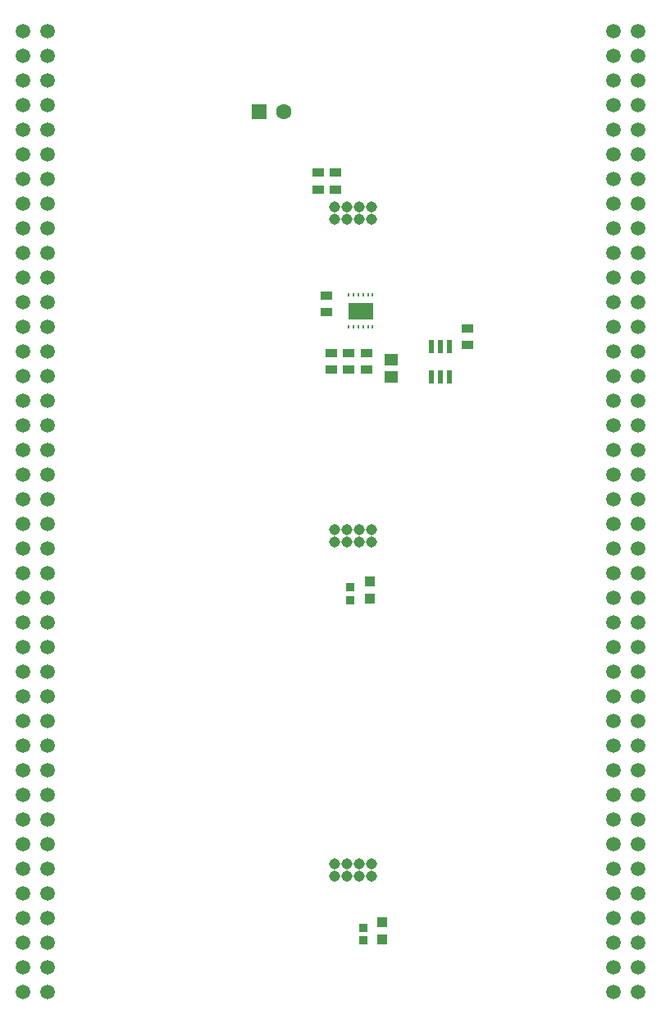
<source format=gbr>
%TF.GenerationSoftware,Altium Limited,Altium Designer,19.1.6 (110)*%
G04 Layer_Color=255*
%FSLAX26Y26*%
%MOIN*%
%TF.FileFunction,Pads,Bot*%
%TF.Part,Single*%
G01*
G75*
%TA.AperFunction,SMDPad,CuDef*%
%ADD11R,0.035433X0.033465*%
%TA.AperFunction,ComponentPad*%
%ADD22C,0.059055*%
%ADD23C,0.045000*%
%ADD24C,0.062992*%
%ADD25R,0.062992X0.062992*%
%TA.AperFunction,SMDPad,CuDef*%
%ADD30R,0.043307X0.043307*%
%ADD31R,0.051181X0.033465*%
%ADD32R,0.057087X0.045276*%
%ADD33R,0.098425X0.066929*%
%ADD34R,0.009842X0.015748*%
%ADD35R,0.021654X0.055118*%
D11*
X41000Y-1590409D02*
D03*
Y-1641591D02*
D03*
X-12000Y-209410D02*
D03*
Y-260591D02*
D03*
D22*
X-1341205Y2047956D02*
D03*
Y1947956D02*
D03*
Y1847956D02*
D03*
Y1747956D02*
D03*
Y1647956D02*
D03*
Y1547956D02*
D03*
Y1447956D02*
D03*
Y1347956D02*
D03*
Y1247956D02*
D03*
Y1147956D02*
D03*
Y1047956D02*
D03*
Y947956D02*
D03*
Y847956D02*
D03*
Y747956D02*
D03*
Y647956D02*
D03*
Y547956D02*
D03*
Y447955D02*
D03*
Y347955D02*
D03*
Y247956D02*
D03*
Y147956D02*
D03*
Y47956D02*
D03*
Y-52044D02*
D03*
Y-152044D02*
D03*
Y-252044D02*
D03*
Y-352045D02*
D03*
Y-452045D02*
D03*
Y-552044D02*
D03*
Y-652044D02*
D03*
Y-752044D02*
D03*
Y-852044D02*
D03*
Y-952044D02*
D03*
Y-1052044D02*
D03*
Y-1152044D02*
D03*
Y-1252044D02*
D03*
Y-1352044D02*
D03*
Y-1452044D02*
D03*
Y-1552044D02*
D03*
Y-1652044D02*
D03*
Y-1752044D02*
D03*
Y-1852044D02*
D03*
X-1241205Y2047956D02*
D03*
Y1947956D02*
D03*
Y1847956D02*
D03*
Y1747956D02*
D03*
Y1647956D02*
D03*
Y1547956D02*
D03*
Y1447956D02*
D03*
Y1347956D02*
D03*
Y1247956D02*
D03*
Y1147956D02*
D03*
Y1047956D02*
D03*
Y947956D02*
D03*
Y847956D02*
D03*
Y747956D02*
D03*
Y647956D02*
D03*
Y547956D02*
D03*
Y447955D02*
D03*
Y347955D02*
D03*
Y247956D02*
D03*
Y147956D02*
D03*
Y47956D02*
D03*
Y-52044D02*
D03*
Y-152044D02*
D03*
Y-252044D02*
D03*
Y-352045D02*
D03*
Y-452045D02*
D03*
Y-552044D02*
D03*
Y-652044D02*
D03*
Y-752044D02*
D03*
Y-852044D02*
D03*
Y-952044D02*
D03*
Y-1052044D02*
D03*
Y-1152044D02*
D03*
Y-1252044D02*
D03*
Y-1352044D02*
D03*
Y-1452044D02*
D03*
Y-1552044D02*
D03*
Y-1652044D02*
D03*
Y-1752044D02*
D03*
Y-1852044D02*
D03*
X1158795Y-1853029D02*
D03*
Y-1753029D02*
D03*
Y-1653029D02*
D03*
Y-1553029D02*
D03*
Y-1453029D02*
D03*
Y-1353029D02*
D03*
Y-1253029D02*
D03*
Y-1153029D02*
D03*
Y-1053029D02*
D03*
Y-953029D02*
D03*
Y-853029D02*
D03*
Y-753029D02*
D03*
Y-653029D02*
D03*
Y-553029D02*
D03*
Y-453029D02*
D03*
Y-353029D02*
D03*
Y-253029D02*
D03*
Y-153029D02*
D03*
Y-53029D02*
D03*
Y46971D02*
D03*
Y146971D02*
D03*
Y246971D02*
D03*
Y346971D02*
D03*
Y446971D02*
D03*
Y546971D02*
D03*
Y646971D02*
D03*
Y746971D02*
D03*
Y846971D02*
D03*
Y946971D02*
D03*
Y1046971D02*
D03*
Y1146971D02*
D03*
Y1246971D02*
D03*
Y1346971D02*
D03*
Y1446971D02*
D03*
Y1546971D02*
D03*
Y1646971D02*
D03*
Y1746971D02*
D03*
Y1846971D02*
D03*
Y1946971D02*
D03*
Y2046971D02*
D03*
X1058795Y-1853029D02*
D03*
Y-1753029D02*
D03*
Y-1653029D02*
D03*
Y-1553029D02*
D03*
Y-1453029D02*
D03*
Y-1353029D02*
D03*
Y-1253029D02*
D03*
Y-1153029D02*
D03*
Y-1053029D02*
D03*
Y-953029D02*
D03*
Y-853029D02*
D03*
Y-753029D02*
D03*
Y-653029D02*
D03*
Y-553029D02*
D03*
Y-453029D02*
D03*
Y-353029D02*
D03*
Y-253029D02*
D03*
Y-153029D02*
D03*
Y-53029D02*
D03*
Y46971D02*
D03*
Y146971D02*
D03*
Y246971D02*
D03*
Y346971D02*
D03*
Y446971D02*
D03*
Y546971D02*
D03*
Y646971D02*
D03*
Y746971D02*
D03*
Y846971D02*
D03*
Y946971D02*
D03*
Y1046971D02*
D03*
Y1146971D02*
D03*
Y1246971D02*
D03*
Y1346971D02*
D03*
Y1446971D02*
D03*
Y1546971D02*
D03*
Y1646971D02*
D03*
Y1746971D02*
D03*
Y1846971D02*
D03*
Y1946971D02*
D03*
Y2046971D02*
D03*
D23*
X-75000Y1285520D02*
D03*
Y1335520D02*
D03*
X-25000Y1285520D02*
D03*
Y1335520D02*
D03*
X25000Y1285520D02*
D03*
Y1335520D02*
D03*
X75000Y1285520D02*
D03*
Y1335520D02*
D03*
X76000Y25520D02*
D03*
Y-24480D02*
D03*
X26000Y25520D02*
D03*
Y-24480D02*
D03*
X-24000Y25520D02*
D03*
Y-24480D02*
D03*
X-74000Y25520D02*
D03*
Y-24480D02*
D03*
X-75000Y-1382480D02*
D03*
Y-1332480D02*
D03*
X-25000Y-1382480D02*
D03*
Y-1332480D02*
D03*
X25000Y-1382480D02*
D03*
Y-1332480D02*
D03*
X75000Y-1382480D02*
D03*
Y-1332480D02*
D03*
D24*
X-283000Y1722000D02*
D03*
D25*
X-383000D02*
D03*
D30*
X117000Y-1568567D02*
D03*
Y-1639433D02*
D03*
X67000Y-185567D02*
D03*
Y-256433D02*
D03*
D31*
X56000Y674535D02*
D03*
Y741465D02*
D03*
X-19000Y674535D02*
D03*
Y741465D02*
D03*
X-89000Y674535D02*
D03*
Y741465D02*
D03*
X-109000Y909535D02*
D03*
Y976465D02*
D03*
X466000Y840465D02*
D03*
Y773535D02*
D03*
X-70000Y1406535D02*
D03*
Y1473465D02*
D03*
X-140000Y1406535D02*
D03*
Y1473465D02*
D03*
D32*
X155000Y645567D02*
D03*
Y716433D02*
D03*
D33*
X31000Y913000D02*
D03*
D34*
X80213Y977961D02*
D03*
X60528D02*
D03*
X40843D02*
D03*
X21157D02*
D03*
X1472D02*
D03*
X-18213D02*
D03*
Y848039D02*
D03*
X1472D02*
D03*
X21157D02*
D03*
X40843D02*
D03*
X60528D02*
D03*
X80213D02*
D03*
D35*
X318598Y770008D02*
D03*
X356000D02*
D03*
X393401D02*
D03*
Y645992D02*
D03*
X356000D02*
D03*
X318598D02*
D03*
%TF.MD5,41b1aa595a1f0a3fd153948b23775cf6*%
M02*

</source>
